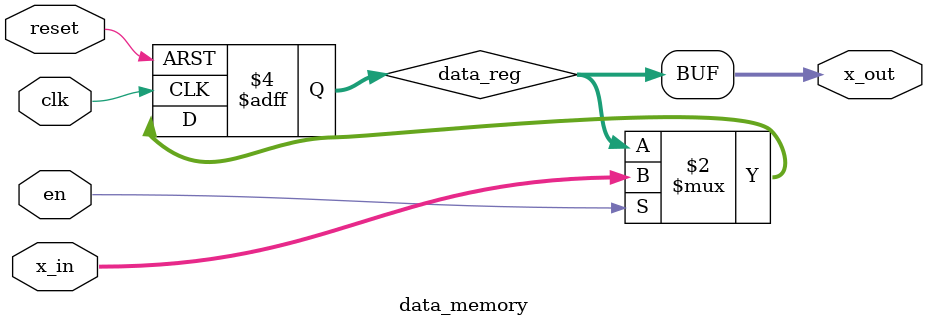
<source format=v>
module data_memory (
    input clk,
    input reset,
    input [15:0] x_in,        // Input sample
    output reg [15:0] x_out,  // Output to MAC Filter Block
    input en                 // Enable signal
);
    reg [15:0] data_reg;      // Register to hold data

    always @(posedge clk or posedge reset) begin
        if (reset) begin
            data_reg <= 16'b0;
        end else if (en) begin
            data_reg <= x_in;
        end
    end

    assign x_out = data_reg;
endmodule

</source>
